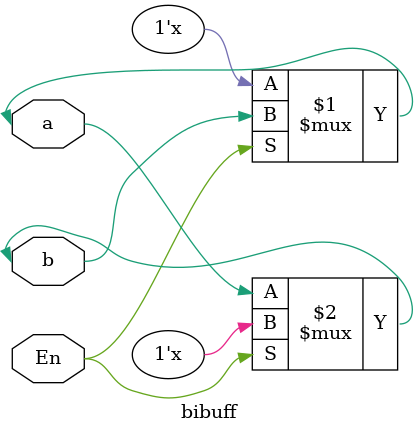
<source format=v>

module bibuff(inout a,b,input En);

bufif1 (a,b,En);
bufif0 (b,a,En);

endmodule


/*
module bidir_buffer(
  inout wire line,         // shared bidirectional line
  input wire dir,          // direction control
  input wire data_out,     // to write to line
  output wire data_in      // to read from line
);

  assign line     = (dir) ? data_out : 1'bz; // output mode
  assign data_in  = line;                    // read from bus

endmodule
*/
</source>
